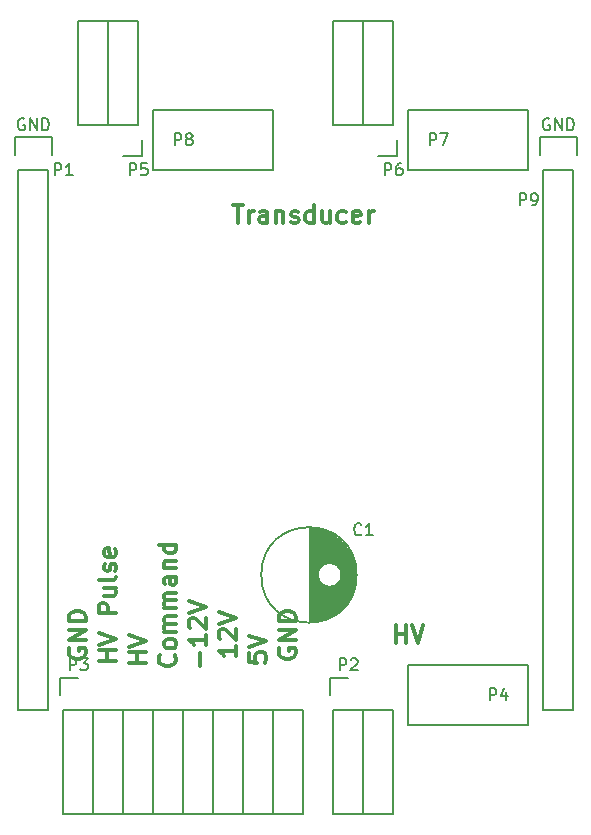
<source format=gbr>
G04 #@! TF.FileFunction,Legend,Top*
%FSLAX46Y46*%
G04 Gerber Fmt 4.6, Leading zero omitted, Abs format (unit mm)*
G04 Created by KiCad (PCBNEW 4.0.3+e1-6302~38~ubuntu16.04.1-stable) date Fri Aug 26 17:17:46 2016*
%MOMM*%
%LPD*%
G01*
G04 APERTURE LIST*
%ADD10C,0.100000*%
%ADD11C,0.300000*%
%ADD12C,0.150000*%
G04 APERTURE END LIST*
D10*
D11*
X91638572Y-130218571D02*
X91638572Y-128718571D01*
X91638572Y-129432857D02*
X92495715Y-129432857D01*
X92495715Y-130218571D02*
X92495715Y-128718571D01*
X92995715Y-128718571D02*
X93495715Y-130218571D01*
X93995715Y-128718571D01*
X77855715Y-93158571D02*
X78712858Y-93158571D01*
X78284287Y-94658571D02*
X78284287Y-93158571D01*
X79212858Y-94658571D02*
X79212858Y-93658571D01*
X79212858Y-93944286D02*
X79284286Y-93801429D01*
X79355715Y-93730000D01*
X79498572Y-93658571D01*
X79641429Y-93658571D01*
X80784286Y-94658571D02*
X80784286Y-93872857D01*
X80712857Y-93730000D01*
X80570000Y-93658571D01*
X80284286Y-93658571D01*
X80141429Y-93730000D01*
X80784286Y-94587143D02*
X80641429Y-94658571D01*
X80284286Y-94658571D01*
X80141429Y-94587143D01*
X80070000Y-94444286D01*
X80070000Y-94301429D01*
X80141429Y-94158571D01*
X80284286Y-94087143D01*
X80641429Y-94087143D01*
X80784286Y-94015714D01*
X81498572Y-93658571D02*
X81498572Y-94658571D01*
X81498572Y-93801429D02*
X81570000Y-93730000D01*
X81712858Y-93658571D01*
X81927143Y-93658571D01*
X82070000Y-93730000D01*
X82141429Y-93872857D01*
X82141429Y-94658571D01*
X82784286Y-94587143D02*
X82927143Y-94658571D01*
X83212858Y-94658571D01*
X83355715Y-94587143D01*
X83427143Y-94444286D01*
X83427143Y-94372857D01*
X83355715Y-94230000D01*
X83212858Y-94158571D01*
X82998572Y-94158571D01*
X82855715Y-94087143D01*
X82784286Y-93944286D01*
X82784286Y-93872857D01*
X82855715Y-93730000D01*
X82998572Y-93658571D01*
X83212858Y-93658571D01*
X83355715Y-93730000D01*
X84712858Y-94658571D02*
X84712858Y-93158571D01*
X84712858Y-94587143D02*
X84570001Y-94658571D01*
X84284287Y-94658571D01*
X84141429Y-94587143D01*
X84070001Y-94515714D01*
X83998572Y-94372857D01*
X83998572Y-93944286D01*
X84070001Y-93801429D01*
X84141429Y-93730000D01*
X84284287Y-93658571D01*
X84570001Y-93658571D01*
X84712858Y-93730000D01*
X86070001Y-93658571D02*
X86070001Y-94658571D01*
X85427144Y-93658571D02*
X85427144Y-94444286D01*
X85498572Y-94587143D01*
X85641430Y-94658571D01*
X85855715Y-94658571D01*
X85998572Y-94587143D01*
X86070001Y-94515714D01*
X87427144Y-94587143D02*
X87284287Y-94658571D01*
X86998573Y-94658571D01*
X86855715Y-94587143D01*
X86784287Y-94515714D01*
X86712858Y-94372857D01*
X86712858Y-93944286D01*
X86784287Y-93801429D01*
X86855715Y-93730000D01*
X86998573Y-93658571D01*
X87284287Y-93658571D01*
X87427144Y-93730000D01*
X88641429Y-94587143D02*
X88498572Y-94658571D01*
X88212858Y-94658571D01*
X88070001Y-94587143D01*
X87998572Y-94444286D01*
X87998572Y-93872857D01*
X88070001Y-93730000D01*
X88212858Y-93658571D01*
X88498572Y-93658571D01*
X88641429Y-93730000D01*
X88712858Y-93872857D01*
X88712858Y-94015714D01*
X87998572Y-94158571D01*
X89355715Y-94658571D02*
X89355715Y-93658571D01*
X89355715Y-93944286D02*
X89427143Y-93801429D01*
X89498572Y-93730000D01*
X89641429Y-93658571D01*
X89784286Y-93658571D01*
X64020000Y-130682857D02*
X63948571Y-130825714D01*
X63948571Y-131040000D01*
X64020000Y-131254285D01*
X64162857Y-131397143D01*
X64305714Y-131468571D01*
X64591429Y-131540000D01*
X64805714Y-131540000D01*
X65091429Y-131468571D01*
X65234286Y-131397143D01*
X65377143Y-131254285D01*
X65448571Y-131040000D01*
X65448571Y-130897143D01*
X65377143Y-130682857D01*
X65305714Y-130611428D01*
X64805714Y-130611428D01*
X64805714Y-130897143D01*
X65448571Y-129968571D02*
X63948571Y-129968571D01*
X65448571Y-129111428D01*
X63948571Y-129111428D01*
X65448571Y-128397142D02*
X63948571Y-128397142D01*
X63948571Y-128039999D01*
X64020000Y-127825714D01*
X64162857Y-127682856D01*
X64305714Y-127611428D01*
X64591429Y-127539999D01*
X64805714Y-127539999D01*
X65091429Y-127611428D01*
X65234286Y-127682856D01*
X65377143Y-127825714D01*
X65448571Y-128039999D01*
X65448571Y-128397142D01*
X81800000Y-130682857D02*
X81728571Y-130825714D01*
X81728571Y-131040000D01*
X81800000Y-131254285D01*
X81942857Y-131397143D01*
X82085714Y-131468571D01*
X82371429Y-131540000D01*
X82585714Y-131540000D01*
X82871429Y-131468571D01*
X83014286Y-131397143D01*
X83157143Y-131254285D01*
X83228571Y-131040000D01*
X83228571Y-130897143D01*
X83157143Y-130682857D01*
X83085714Y-130611428D01*
X82585714Y-130611428D01*
X82585714Y-130897143D01*
X83228571Y-129968571D02*
X81728571Y-129968571D01*
X83228571Y-129111428D01*
X81728571Y-129111428D01*
X83228571Y-128397142D02*
X81728571Y-128397142D01*
X81728571Y-128039999D01*
X81800000Y-127825714D01*
X81942857Y-127682856D01*
X82085714Y-127611428D01*
X82371429Y-127539999D01*
X82585714Y-127539999D01*
X82871429Y-127611428D01*
X83014286Y-127682856D01*
X83157143Y-127825714D01*
X83228571Y-128039999D01*
X83228571Y-128397142D01*
X79188571Y-131095713D02*
X79188571Y-131809999D01*
X79902857Y-131881428D01*
X79831429Y-131809999D01*
X79760000Y-131667142D01*
X79760000Y-131309999D01*
X79831429Y-131167142D01*
X79902857Y-131095713D01*
X80045714Y-131024285D01*
X80402857Y-131024285D01*
X80545714Y-131095713D01*
X80617143Y-131167142D01*
X80688571Y-131309999D01*
X80688571Y-131667142D01*
X80617143Y-131809999D01*
X80545714Y-131881428D01*
X79188571Y-130595714D02*
X80688571Y-130095714D01*
X79188571Y-129595714D01*
X78148571Y-130468571D02*
X78148571Y-131325714D01*
X78148571Y-130897142D02*
X76648571Y-130897142D01*
X76862857Y-131039999D01*
X77005714Y-131182857D01*
X77077143Y-131325714D01*
X76791429Y-129897143D02*
X76720000Y-129825714D01*
X76648571Y-129682857D01*
X76648571Y-129325714D01*
X76720000Y-129182857D01*
X76791429Y-129111428D01*
X76934286Y-129040000D01*
X77077143Y-129040000D01*
X77291429Y-129111428D01*
X78148571Y-129968571D01*
X78148571Y-129040000D01*
X76648571Y-128611429D02*
X78148571Y-128111429D01*
X76648571Y-127611429D01*
X75037143Y-132182856D02*
X75037143Y-131039999D01*
X75608571Y-129539999D02*
X75608571Y-130397142D01*
X75608571Y-129968570D02*
X74108571Y-129968570D01*
X74322857Y-130111427D01*
X74465714Y-130254285D01*
X74537143Y-130397142D01*
X74251429Y-128968571D02*
X74180000Y-128897142D01*
X74108571Y-128754285D01*
X74108571Y-128397142D01*
X74180000Y-128254285D01*
X74251429Y-128182856D01*
X74394286Y-128111428D01*
X74537143Y-128111428D01*
X74751429Y-128182856D01*
X75608571Y-129039999D01*
X75608571Y-128111428D01*
X74108571Y-127682857D02*
X75608571Y-127182857D01*
X74108571Y-126682857D01*
X72925714Y-131250000D02*
X72997143Y-131321429D01*
X73068571Y-131535715D01*
X73068571Y-131678572D01*
X72997143Y-131892857D01*
X72854286Y-132035715D01*
X72711429Y-132107143D01*
X72425714Y-132178572D01*
X72211429Y-132178572D01*
X71925714Y-132107143D01*
X71782857Y-132035715D01*
X71640000Y-131892857D01*
X71568571Y-131678572D01*
X71568571Y-131535715D01*
X71640000Y-131321429D01*
X71711429Y-131250000D01*
X73068571Y-130392857D02*
X72997143Y-130535715D01*
X72925714Y-130607143D01*
X72782857Y-130678572D01*
X72354286Y-130678572D01*
X72211429Y-130607143D01*
X72140000Y-130535715D01*
X72068571Y-130392857D01*
X72068571Y-130178572D01*
X72140000Y-130035715D01*
X72211429Y-129964286D01*
X72354286Y-129892857D01*
X72782857Y-129892857D01*
X72925714Y-129964286D01*
X72997143Y-130035715D01*
X73068571Y-130178572D01*
X73068571Y-130392857D01*
X73068571Y-129250000D02*
X72068571Y-129250000D01*
X72211429Y-129250000D02*
X72140000Y-129178572D01*
X72068571Y-129035714D01*
X72068571Y-128821429D01*
X72140000Y-128678572D01*
X72282857Y-128607143D01*
X73068571Y-128607143D01*
X72282857Y-128607143D02*
X72140000Y-128535714D01*
X72068571Y-128392857D01*
X72068571Y-128178572D01*
X72140000Y-128035714D01*
X72282857Y-127964286D01*
X73068571Y-127964286D01*
X73068571Y-127250000D02*
X72068571Y-127250000D01*
X72211429Y-127250000D02*
X72140000Y-127178572D01*
X72068571Y-127035714D01*
X72068571Y-126821429D01*
X72140000Y-126678572D01*
X72282857Y-126607143D01*
X73068571Y-126607143D01*
X72282857Y-126607143D02*
X72140000Y-126535714D01*
X72068571Y-126392857D01*
X72068571Y-126178572D01*
X72140000Y-126035714D01*
X72282857Y-125964286D01*
X73068571Y-125964286D01*
X73068571Y-124607143D02*
X72282857Y-124607143D01*
X72140000Y-124678572D01*
X72068571Y-124821429D01*
X72068571Y-125107143D01*
X72140000Y-125250000D01*
X72997143Y-124607143D02*
X73068571Y-124750000D01*
X73068571Y-125107143D01*
X72997143Y-125250000D01*
X72854286Y-125321429D01*
X72711429Y-125321429D01*
X72568571Y-125250000D01*
X72497143Y-125107143D01*
X72497143Y-124750000D01*
X72425714Y-124607143D01*
X72068571Y-123892857D02*
X73068571Y-123892857D01*
X72211429Y-123892857D02*
X72140000Y-123821429D01*
X72068571Y-123678571D01*
X72068571Y-123464286D01*
X72140000Y-123321429D01*
X72282857Y-123250000D01*
X73068571Y-123250000D01*
X73068571Y-121892857D02*
X71568571Y-121892857D01*
X72997143Y-121892857D02*
X73068571Y-122035714D01*
X73068571Y-122321428D01*
X72997143Y-122464286D01*
X72925714Y-122535714D01*
X72782857Y-122607143D01*
X72354286Y-122607143D01*
X72211429Y-122535714D01*
X72140000Y-122464286D01*
X72068571Y-122321428D01*
X72068571Y-122035714D01*
X72140000Y-121892857D01*
X70528571Y-131881428D02*
X69028571Y-131881428D01*
X69742857Y-131881428D02*
X69742857Y-131024285D01*
X70528571Y-131024285D02*
X69028571Y-131024285D01*
X69028571Y-130524285D02*
X70528571Y-130024285D01*
X69028571Y-129524285D01*
X67988571Y-131714285D02*
X66488571Y-131714285D01*
X67202857Y-131714285D02*
X67202857Y-130857142D01*
X67988571Y-130857142D02*
X66488571Y-130857142D01*
X66488571Y-130357142D02*
X67988571Y-129857142D01*
X66488571Y-129357142D01*
X67988571Y-127714285D02*
X66488571Y-127714285D01*
X66488571Y-127142857D01*
X66560000Y-126999999D01*
X66631429Y-126928571D01*
X66774286Y-126857142D01*
X66988571Y-126857142D01*
X67131429Y-126928571D01*
X67202857Y-126999999D01*
X67274286Y-127142857D01*
X67274286Y-127714285D01*
X66988571Y-125571428D02*
X67988571Y-125571428D01*
X66988571Y-126214285D02*
X67774286Y-126214285D01*
X67917143Y-126142857D01*
X67988571Y-125999999D01*
X67988571Y-125785714D01*
X67917143Y-125642857D01*
X67845714Y-125571428D01*
X67988571Y-124642856D02*
X67917143Y-124785714D01*
X67774286Y-124857142D01*
X66488571Y-124857142D01*
X67917143Y-124142857D02*
X67988571Y-124000000D01*
X67988571Y-123714285D01*
X67917143Y-123571428D01*
X67774286Y-123500000D01*
X67702857Y-123500000D01*
X67560000Y-123571428D01*
X67488571Y-123714285D01*
X67488571Y-123928571D01*
X67417143Y-124071428D01*
X67274286Y-124142857D01*
X67202857Y-124142857D01*
X67060000Y-124071428D01*
X66988571Y-123928571D01*
X66988571Y-123714285D01*
X67060000Y-123571428D01*
X67917143Y-122285714D02*
X67988571Y-122428571D01*
X67988571Y-122714285D01*
X67917143Y-122857142D01*
X67774286Y-122928571D01*
X67202857Y-122928571D01*
X67060000Y-122857142D01*
X66988571Y-122714285D01*
X66988571Y-122428571D01*
X67060000Y-122285714D01*
X67202857Y-122214285D01*
X67345714Y-122214285D01*
X67488571Y-122928571D01*
D12*
X59690000Y-90170000D02*
X59690000Y-135890000D01*
X59690000Y-135890000D02*
X62230000Y-135890000D01*
X62230000Y-135890000D02*
X62230000Y-90170000D01*
X59410000Y-87350000D02*
X59410000Y-88900000D01*
X59690000Y-90170000D02*
X62230000Y-90170000D01*
X62510000Y-88900000D02*
X62510000Y-87350000D01*
X62510000Y-87350000D02*
X59410000Y-87350000D01*
X91440000Y-144720000D02*
X91440000Y-135890000D01*
X88900000Y-144720000D02*
X91440000Y-144720000D01*
X88900000Y-135890000D02*
X88900000Y-144720000D01*
X88900000Y-135890000D02*
X91440000Y-135890000D01*
X86360000Y-135890000D02*
X88900000Y-135890000D01*
X87630000Y-133220000D02*
X86080000Y-133220000D01*
X86080000Y-133220000D02*
X86080000Y-134620000D01*
X86360000Y-135890000D02*
X86360000Y-144720000D01*
X86360000Y-144720000D02*
X88900000Y-144720000D01*
X88900000Y-144720000D02*
X88900000Y-135890000D01*
X81280000Y-144720000D02*
X81280000Y-135890000D01*
X78740000Y-144720000D02*
X81280000Y-144720000D01*
X78740000Y-135890000D02*
X81280000Y-135890000D01*
X81280000Y-135890000D02*
X83820000Y-135890000D01*
X81280000Y-144720000D02*
X83820000Y-144720000D01*
X83820000Y-144720000D02*
X83820000Y-135890000D01*
X78740000Y-144720000D02*
X78740000Y-135890000D01*
X76200000Y-144720000D02*
X78740000Y-144720000D01*
X76200000Y-135890000D02*
X78740000Y-135890000D01*
X73660000Y-135890000D02*
X76200000Y-135890000D01*
X73660000Y-144720000D02*
X76200000Y-144720000D01*
X76200000Y-144720000D02*
X76200000Y-135890000D01*
X73660000Y-144720000D02*
X73660000Y-135890000D01*
X71120000Y-144720000D02*
X73660000Y-144720000D01*
X71120000Y-135890000D02*
X73660000Y-135890000D01*
X68580000Y-135890000D02*
X71120000Y-135890000D01*
X68580000Y-144720000D02*
X71120000Y-144720000D01*
X71120000Y-144720000D02*
X71120000Y-135890000D01*
X68580000Y-144720000D02*
X68580000Y-135890000D01*
X66040000Y-144720000D02*
X68580000Y-144720000D01*
X66040000Y-135890000D02*
X66040000Y-144720000D01*
X66040000Y-135890000D02*
X68580000Y-135890000D01*
X63500000Y-135890000D02*
X66040000Y-135890000D01*
X64770000Y-133220000D02*
X63220000Y-133220000D01*
X63220000Y-133220000D02*
X63220000Y-134620000D01*
X63500000Y-135890000D02*
X63500000Y-144720000D01*
X63500000Y-144720000D02*
X66040000Y-144720000D01*
X66040000Y-144720000D02*
X66040000Y-135890000D01*
X92710000Y-132080000D02*
X102870000Y-132080000D01*
X102870000Y-132080000D02*
X102870000Y-137160000D01*
X102870000Y-137160000D02*
X92710000Y-137160000D01*
X92710000Y-137160000D02*
X92710000Y-132080000D01*
X64770000Y-77530000D02*
X64770000Y-86360000D01*
X67310000Y-77530000D02*
X64770000Y-77530000D01*
X67310000Y-86360000D02*
X67310000Y-77530000D01*
X67310000Y-86360000D02*
X64770000Y-86360000D01*
X69850000Y-86360000D02*
X67310000Y-86360000D01*
X68580000Y-89030000D02*
X70130000Y-89030000D01*
X70130000Y-89030000D02*
X70130000Y-87630000D01*
X69850000Y-86360000D02*
X69850000Y-77530000D01*
X69850000Y-77530000D02*
X67310000Y-77530000D01*
X67310000Y-77530000D02*
X67310000Y-86360000D01*
X86360000Y-77530000D02*
X86360000Y-86360000D01*
X88900000Y-77530000D02*
X86360000Y-77530000D01*
X88900000Y-86360000D02*
X88900000Y-77530000D01*
X88900000Y-86360000D02*
X86360000Y-86360000D01*
X91440000Y-86360000D02*
X88900000Y-86360000D01*
X90170000Y-89030000D02*
X91720000Y-89030000D01*
X91720000Y-89030000D02*
X91720000Y-87630000D01*
X91440000Y-86360000D02*
X91440000Y-77530000D01*
X91440000Y-77530000D02*
X88900000Y-77530000D01*
X88900000Y-77530000D02*
X88900000Y-86360000D01*
X102870000Y-90170000D02*
X92710000Y-90170000D01*
X92710000Y-90170000D02*
X92710000Y-85090000D01*
X92710000Y-85090000D02*
X102870000Y-85090000D01*
X102870000Y-85090000D02*
X102870000Y-90170000D01*
X81280000Y-90170000D02*
X71120000Y-90170000D01*
X71120000Y-90170000D02*
X71120000Y-85090000D01*
X71120000Y-85090000D02*
X81280000Y-85090000D01*
X81280000Y-85090000D02*
X81280000Y-90170000D01*
X104140000Y-90170000D02*
X104140000Y-135890000D01*
X104140000Y-135890000D02*
X106680000Y-135890000D01*
X106680000Y-135890000D02*
X106680000Y-90170000D01*
X103860000Y-87350000D02*
X103860000Y-88900000D01*
X104140000Y-90170000D02*
X106680000Y-90170000D01*
X106960000Y-88900000D02*
X106960000Y-87350000D01*
X106960000Y-87350000D02*
X103860000Y-87350000D01*
X84375000Y-120461000D02*
X84375000Y-128459000D01*
X84515000Y-120466000D02*
X84515000Y-128454000D01*
X84655000Y-120476000D02*
X84655000Y-128444000D01*
X84795000Y-120491000D02*
X84795000Y-128429000D01*
X84935000Y-120511000D02*
X84935000Y-128409000D01*
X85075000Y-120536000D02*
X85075000Y-124238000D01*
X85075000Y-124682000D02*
X85075000Y-128384000D01*
X85215000Y-120566000D02*
X85215000Y-123910000D01*
X85215000Y-125010000D02*
X85215000Y-128354000D01*
X85355000Y-120602000D02*
X85355000Y-123741000D01*
X85355000Y-125179000D02*
X85355000Y-128318000D01*
X85495000Y-120643000D02*
X85495000Y-123628000D01*
X85495000Y-125292000D02*
X85495000Y-128277000D01*
X85635000Y-120689000D02*
X85635000Y-123550000D01*
X85635000Y-125370000D02*
X85635000Y-128231000D01*
X85775000Y-120742000D02*
X85775000Y-123499000D01*
X85775000Y-125421000D02*
X85775000Y-128178000D01*
X85915000Y-120801000D02*
X85915000Y-123469000D01*
X85915000Y-125451000D02*
X85915000Y-128119000D01*
X86055000Y-120866000D02*
X86055000Y-123460000D01*
X86055000Y-125460000D02*
X86055000Y-128054000D01*
X86195000Y-120937000D02*
X86195000Y-123471000D01*
X86195000Y-125449000D02*
X86195000Y-127983000D01*
X86335000Y-121016000D02*
X86335000Y-123501000D01*
X86335000Y-125419000D02*
X86335000Y-127904000D01*
X86475000Y-121103000D02*
X86475000Y-123555000D01*
X86475000Y-125365000D02*
X86475000Y-127817000D01*
X86615000Y-121198000D02*
X86615000Y-123635000D01*
X86615000Y-125285000D02*
X86615000Y-127722000D01*
X86755000Y-121302000D02*
X86755000Y-123751000D01*
X86755000Y-125169000D02*
X86755000Y-127618000D01*
X86895000Y-121416000D02*
X86895000Y-123925000D01*
X86895000Y-124995000D02*
X86895000Y-127504000D01*
X87035000Y-121541000D02*
X87035000Y-124287000D01*
X87035000Y-124633000D02*
X87035000Y-127379000D01*
X87175000Y-121679000D02*
X87175000Y-127241000D01*
X87315000Y-121831000D02*
X87315000Y-127089000D01*
X87455000Y-122001000D02*
X87455000Y-126919000D01*
X87595000Y-122192000D02*
X87595000Y-126728000D01*
X87735000Y-122410000D02*
X87735000Y-126510000D01*
X87875000Y-122666000D02*
X87875000Y-126254000D01*
X88015000Y-122977000D02*
X88015000Y-125943000D01*
X88155000Y-123393000D02*
X88155000Y-125527000D01*
X88295000Y-124260000D02*
X88295000Y-124660000D01*
X87050000Y-124460000D02*
G75*
G03X87050000Y-124460000I-1000000J0D01*
G01*
X88337500Y-124460000D02*
G75*
G03X88337500Y-124460000I-4037500J0D01*
G01*
X62761905Y-90622381D02*
X62761905Y-89622381D01*
X63142858Y-89622381D01*
X63238096Y-89670000D01*
X63285715Y-89717619D01*
X63333334Y-89812857D01*
X63333334Y-89955714D01*
X63285715Y-90050952D01*
X63238096Y-90098571D01*
X63142858Y-90146190D01*
X62761905Y-90146190D01*
X64285715Y-90622381D02*
X63714286Y-90622381D01*
X64000000Y-90622381D02*
X64000000Y-89622381D01*
X63904762Y-89765238D01*
X63809524Y-89860476D01*
X63714286Y-89908095D01*
X60198096Y-85860000D02*
X60102858Y-85812381D01*
X59960001Y-85812381D01*
X59817143Y-85860000D01*
X59721905Y-85955238D01*
X59674286Y-86050476D01*
X59626667Y-86240952D01*
X59626667Y-86383810D01*
X59674286Y-86574286D01*
X59721905Y-86669524D01*
X59817143Y-86764762D01*
X59960001Y-86812381D01*
X60055239Y-86812381D01*
X60198096Y-86764762D01*
X60245715Y-86717143D01*
X60245715Y-86383810D01*
X60055239Y-86383810D01*
X60674286Y-86812381D02*
X60674286Y-85812381D01*
X61245715Y-86812381D01*
X61245715Y-85812381D01*
X61721905Y-86812381D02*
X61721905Y-85812381D01*
X61960000Y-85812381D01*
X62102858Y-85860000D01*
X62198096Y-85955238D01*
X62245715Y-86050476D01*
X62293334Y-86240952D01*
X62293334Y-86383810D01*
X62245715Y-86574286D01*
X62198096Y-86669524D01*
X62102858Y-86764762D01*
X61960000Y-86812381D01*
X61721905Y-86812381D01*
X86891905Y-132532381D02*
X86891905Y-131532381D01*
X87272858Y-131532381D01*
X87368096Y-131580000D01*
X87415715Y-131627619D01*
X87463334Y-131722857D01*
X87463334Y-131865714D01*
X87415715Y-131960952D01*
X87368096Y-132008571D01*
X87272858Y-132056190D01*
X86891905Y-132056190D01*
X87844286Y-131627619D02*
X87891905Y-131580000D01*
X87987143Y-131532381D01*
X88225239Y-131532381D01*
X88320477Y-131580000D01*
X88368096Y-131627619D01*
X88415715Y-131722857D01*
X88415715Y-131818095D01*
X88368096Y-131960952D01*
X87796667Y-132532381D01*
X88415715Y-132532381D01*
X64031905Y-132532381D02*
X64031905Y-131532381D01*
X64412858Y-131532381D01*
X64508096Y-131580000D01*
X64555715Y-131627619D01*
X64603334Y-131722857D01*
X64603334Y-131865714D01*
X64555715Y-131960952D01*
X64508096Y-132008571D01*
X64412858Y-132056190D01*
X64031905Y-132056190D01*
X64936667Y-131532381D02*
X65555715Y-131532381D01*
X65222381Y-131913333D01*
X65365239Y-131913333D01*
X65460477Y-131960952D01*
X65508096Y-132008571D01*
X65555715Y-132103810D01*
X65555715Y-132341905D01*
X65508096Y-132437143D01*
X65460477Y-132484762D01*
X65365239Y-132532381D01*
X65079524Y-132532381D01*
X64984286Y-132484762D01*
X64936667Y-132437143D01*
X99591905Y-135072381D02*
X99591905Y-134072381D01*
X99972858Y-134072381D01*
X100068096Y-134120000D01*
X100115715Y-134167619D01*
X100163334Y-134262857D01*
X100163334Y-134405714D01*
X100115715Y-134500952D01*
X100068096Y-134548571D01*
X99972858Y-134596190D01*
X99591905Y-134596190D01*
X101020477Y-134405714D02*
X101020477Y-135072381D01*
X100782381Y-134024762D02*
X100544286Y-134739048D01*
X101163334Y-134739048D01*
X69111905Y-90622381D02*
X69111905Y-89622381D01*
X69492858Y-89622381D01*
X69588096Y-89670000D01*
X69635715Y-89717619D01*
X69683334Y-89812857D01*
X69683334Y-89955714D01*
X69635715Y-90050952D01*
X69588096Y-90098571D01*
X69492858Y-90146190D01*
X69111905Y-90146190D01*
X70588096Y-89622381D02*
X70111905Y-89622381D01*
X70064286Y-90098571D01*
X70111905Y-90050952D01*
X70207143Y-90003333D01*
X70445239Y-90003333D01*
X70540477Y-90050952D01*
X70588096Y-90098571D01*
X70635715Y-90193810D01*
X70635715Y-90431905D01*
X70588096Y-90527143D01*
X70540477Y-90574762D01*
X70445239Y-90622381D01*
X70207143Y-90622381D01*
X70111905Y-90574762D01*
X70064286Y-90527143D01*
X90701905Y-90622381D02*
X90701905Y-89622381D01*
X91082858Y-89622381D01*
X91178096Y-89670000D01*
X91225715Y-89717619D01*
X91273334Y-89812857D01*
X91273334Y-89955714D01*
X91225715Y-90050952D01*
X91178096Y-90098571D01*
X91082858Y-90146190D01*
X90701905Y-90146190D01*
X92130477Y-89622381D02*
X91940000Y-89622381D01*
X91844762Y-89670000D01*
X91797143Y-89717619D01*
X91701905Y-89860476D01*
X91654286Y-90050952D01*
X91654286Y-90431905D01*
X91701905Y-90527143D01*
X91749524Y-90574762D01*
X91844762Y-90622381D01*
X92035239Y-90622381D01*
X92130477Y-90574762D01*
X92178096Y-90527143D01*
X92225715Y-90431905D01*
X92225715Y-90193810D01*
X92178096Y-90098571D01*
X92130477Y-90050952D01*
X92035239Y-90003333D01*
X91844762Y-90003333D01*
X91749524Y-90050952D01*
X91701905Y-90098571D01*
X91654286Y-90193810D01*
X94511905Y-88082381D02*
X94511905Y-87082381D01*
X94892858Y-87082381D01*
X94988096Y-87130000D01*
X95035715Y-87177619D01*
X95083334Y-87272857D01*
X95083334Y-87415714D01*
X95035715Y-87510952D01*
X94988096Y-87558571D01*
X94892858Y-87606190D01*
X94511905Y-87606190D01*
X95416667Y-87082381D02*
X96083334Y-87082381D01*
X95654762Y-88082381D01*
X72921905Y-88082381D02*
X72921905Y-87082381D01*
X73302858Y-87082381D01*
X73398096Y-87130000D01*
X73445715Y-87177619D01*
X73493334Y-87272857D01*
X73493334Y-87415714D01*
X73445715Y-87510952D01*
X73398096Y-87558571D01*
X73302858Y-87606190D01*
X72921905Y-87606190D01*
X74064762Y-87510952D02*
X73969524Y-87463333D01*
X73921905Y-87415714D01*
X73874286Y-87320476D01*
X73874286Y-87272857D01*
X73921905Y-87177619D01*
X73969524Y-87130000D01*
X74064762Y-87082381D01*
X74255239Y-87082381D01*
X74350477Y-87130000D01*
X74398096Y-87177619D01*
X74445715Y-87272857D01*
X74445715Y-87320476D01*
X74398096Y-87415714D01*
X74350477Y-87463333D01*
X74255239Y-87510952D01*
X74064762Y-87510952D01*
X73969524Y-87558571D01*
X73921905Y-87606190D01*
X73874286Y-87701429D01*
X73874286Y-87891905D01*
X73921905Y-87987143D01*
X73969524Y-88034762D01*
X74064762Y-88082381D01*
X74255239Y-88082381D01*
X74350477Y-88034762D01*
X74398096Y-87987143D01*
X74445715Y-87891905D01*
X74445715Y-87701429D01*
X74398096Y-87606190D01*
X74350477Y-87558571D01*
X74255239Y-87510952D01*
X102131905Y-93162381D02*
X102131905Y-92162381D01*
X102512858Y-92162381D01*
X102608096Y-92210000D01*
X102655715Y-92257619D01*
X102703334Y-92352857D01*
X102703334Y-92495714D01*
X102655715Y-92590952D01*
X102608096Y-92638571D01*
X102512858Y-92686190D01*
X102131905Y-92686190D01*
X103179524Y-93162381D02*
X103370000Y-93162381D01*
X103465239Y-93114762D01*
X103512858Y-93067143D01*
X103608096Y-92924286D01*
X103655715Y-92733810D01*
X103655715Y-92352857D01*
X103608096Y-92257619D01*
X103560477Y-92210000D01*
X103465239Y-92162381D01*
X103274762Y-92162381D01*
X103179524Y-92210000D01*
X103131905Y-92257619D01*
X103084286Y-92352857D01*
X103084286Y-92590952D01*
X103131905Y-92686190D01*
X103179524Y-92733810D01*
X103274762Y-92781429D01*
X103465239Y-92781429D01*
X103560477Y-92733810D01*
X103608096Y-92686190D01*
X103655715Y-92590952D01*
X104648096Y-85860000D02*
X104552858Y-85812381D01*
X104410001Y-85812381D01*
X104267143Y-85860000D01*
X104171905Y-85955238D01*
X104124286Y-86050476D01*
X104076667Y-86240952D01*
X104076667Y-86383810D01*
X104124286Y-86574286D01*
X104171905Y-86669524D01*
X104267143Y-86764762D01*
X104410001Y-86812381D01*
X104505239Y-86812381D01*
X104648096Y-86764762D01*
X104695715Y-86717143D01*
X104695715Y-86383810D01*
X104505239Y-86383810D01*
X105124286Y-86812381D02*
X105124286Y-85812381D01*
X105695715Y-86812381D01*
X105695715Y-85812381D01*
X106171905Y-86812381D02*
X106171905Y-85812381D01*
X106410000Y-85812381D01*
X106552858Y-85860000D01*
X106648096Y-85955238D01*
X106695715Y-86050476D01*
X106743334Y-86240952D01*
X106743334Y-86383810D01*
X106695715Y-86574286D01*
X106648096Y-86669524D01*
X106552858Y-86764762D01*
X106410000Y-86812381D01*
X106171905Y-86812381D01*
X88733334Y-121007143D02*
X88685715Y-121054762D01*
X88542858Y-121102381D01*
X88447620Y-121102381D01*
X88304762Y-121054762D01*
X88209524Y-120959524D01*
X88161905Y-120864286D01*
X88114286Y-120673810D01*
X88114286Y-120530952D01*
X88161905Y-120340476D01*
X88209524Y-120245238D01*
X88304762Y-120150000D01*
X88447620Y-120102381D01*
X88542858Y-120102381D01*
X88685715Y-120150000D01*
X88733334Y-120197619D01*
X89685715Y-121102381D02*
X89114286Y-121102381D01*
X89400000Y-121102381D02*
X89400000Y-120102381D01*
X89304762Y-120245238D01*
X89209524Y-120340476D01*
X89114286Y-120388095D01*
M02*

</source>
